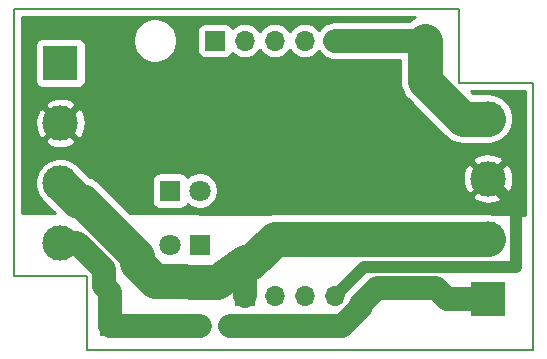
<source format=gbl>
G04 #@! TF.GenerationSoftware,KiCad,Pcbnew,5.1.4+dfsg1-1*
G04 #@! TF.CreationDate,2020-09-13T01:28:56+02:00*
G04 #@! TF.ProjectId,C64Saver2,43363453-6176-4657-9232-2e6b69636164,rev?*
G04 #@! TF.SameCoordinates,Original*
G04 #@! TF.FileFunction,Copper,L2,Bot*
G04 #@! TF.FilePolarity,Positive*
%FSLAX46Y46*%
G04 Gerber Fmt 4.6, Leading zero omitted, Abs format (unit mm)*
G04 Created by KiCad (PCBNEW 5.1.4+dfsg1-1) date 2020-09-13 01:28:56*
%MOMM*%
%LPD*%
G04 APERTURE LIST*
%ADD10C,0.150000*%
%ADD11C,1.800000*%
%ADD12R,1.800000X1.800000*%
%ADD13C,3.000000*%
%ADD14R,3.000000X3.000000*%
%ADD15R,1.700000X1.700000*%
%ADD16O,1.700000X1.700000*%
%ADD17C,1.000000*%
%ADD18C,0.600000*%
%ADD19C,1.000000*%
%ADD20C,2.000000*%
%ADD21C,3.000000*%
%ADD22C,0.254000*%
G04 APERTURE END LIST*
D10*
X140462000Y-106299000D02*
X140462000Y-83693000D01*
X146685000Y-106299000D02*
X140462000Y-106299000D01*
X146685000Y-112522000D02*
X146685000Y-106299000D01*
X184404000Y-112522000D02*
X146685000Y-112522000D01*
X184404000Y-89916000D02*
X184404000Y-112522000D01*
X178181000Y-89916000D02*
X184404000Y-89916000D01*
X178181000Y-83693000D02*
X178181000Y-89916000D01*
X140462000Y-83693000D02*
X178181000Y-83693000D01*
D11*
X153670000Y-103632000D03*
D12*
X156210000Y-103632000D03*
D11*
X156210000Y-99060000D03*
D12*
X153670000Y-99060000D03*
D13*
X144399000Y-93345000D03*
X144399000Y-98425000D03*
D14*
X144399000Y-88265000D03*
D13*
X144399000Y-103505000D03*
X180594000Y-103124000D03*
X180594000Y-98044000D03*
D14*
X180594000Y-108204000D03*
D13*
X180594000Y-92964000D03*
D15*
X157480000Y-86360000D03*
D16*
X160020000Y-86360000D03*
X162560000Y-86360000D03*
X165100000Y-86360000D03*
X167640000Y-86360000D03*
X170180000Y-86360000D03*
X172720000Y-86360000D03*
X175260000Y-86360000D03*
D15*
X148590000Y-110490000D03*
D16*
X151130000Y-110490000D03*
X153670000Y-110490000D03*
X156210000Y-110490000D03*
X158750000Y-110490000D03*
X161290000Y-110490000D03*
X163830000Y-110490000D03*
X166370000Y-110490000D03*
D15*
X160020000Y-107950000D03*
D16*
X162560000Y-107950000D03*
X165100000Y-107950000D03*
X167640000Y-107950000D03*
D17*
X159067500Y-97726500D03*
D18*
X169862500Y-92456000D03*
D17*
X170878500Y-98552000D03*
X167068500Y-99123500D03*
D19*
X170077392Y-105512608D02*
X182967892Y-105512608D01*
X167640000Y-107950000D02*
X170077392Y-105512608D01*
X182967892Y-100417892D02*
X180594000Y-98044000D01*
X182967892Y-105512608D02*
X182967892Y-100417892D01*
D20*
X170180000Y-86360000D02*
X167640000Y-86360000D01*
X172720000Y-86360000D02*
X170180000Y-86360000D01*
X175260000Y-86360000D02*
X172720000Y-86360000D01*
D21*
X175260000Y-87562081D02*
X175260000Y-86360000D01*
X178472680Y-92964000D02*
X175260000Y-89751320D01*
X175260000Y-89751320D02*
X175260000Y-87562081D01*
X180594000Y-92964000D02*
X178472680Y-92964000D01*
D20*
X161290000Y-110490000D02*
X158750000Y-110490000D01*
X163830000Y-110490000D02*
X161290000Y-110490000D01*
X166370000Y-110490000D02*
X163830000Y-110490000D01*
X176202619Y-107312619D02*
X177094000Y-108204000D01*
X177094000Y-108204000D02*
X180594000Y-108204000D01*
X168282002Y-110490000D02*
X169849959Y-108922043D01*
X166370000Y-110490000D02*
X168282002Y-110490000D01*
X171175959Y-107312619D02*
X176202619Y-107312619D01*
X169849959Y-108922043D02*
X169849959Y-108638619D01*
X169849959Y-108638619D02*
X171175959Y-107312619D01*
X160488001Y-105176001D02*
X160404001Y-104676001D01*
X160020000Y-107950000D02*
X160020000Y-105100000D01*
X160020000Y-105100000D02*
X160404001Y-104715999D01*
X160404001Y-104715999D02*
X160404001Y-104676001D01*
D21*
X162540002Y-103124000D02*
X160488001Y-105176001D01*
X180594000Y-103124000D02*
X162540002Y-103124000D01*
X157632400Y-106781600D02*
X152755600Y-106730800D01*
X160020000Y-105100000D02*
X157632400Y-106781600D01*
X145898999Y-99924999D02*
X144399000Y-98425000D01*
X146215369Y-99924999D02*
X145898999Y-99924999D01*
X150860021Y-104569651D02*
X146215369Y-99924999D01*
X150860021Y-105190821D02*
X150860021Y-104569651D01*
X152755600Y-106730800D02*
X152400000Y-106730800D01*
X152400000Y-106730800D02*
X150860021Y-105190821D01*
D20*
X151130000Y-110490000D02*
X148590000Y-110490000D01*
X153670000Y-110490000D02*
X151130000Y-110490000D01*
X156210000Y-110490000D02*
X153670000Y-110490000D01*
X144399000Y-103505000D02*
X145835558Y-103505000D01*
X148060010Y-107110010D02*
X148590000Y-107640000D01*
X148590000Y-107640000D02*
X148590000Y-110490000D01*
X148060010Y-105729452D02*
X148060010Y-107110010D01*
X145835558Y-103505000D02*
X148060010Y-105729452D01*
D22*
G36*
X174068120Y-84576223D02*
G01*
X173886835Y-84725000D01*
X167559678Y-84725000D01*
X167319484Y-84748657D01*
X167011285Y-84842148D01*
X166727248Y-84993969D01*
X166478286Y-85198286D01*
X166273969Y-85447248D01*
X166273186Y-85448713D01*
X166155134Y-85304866D01*
X165929014Y-85119294D01*
X165671034Y-84981401D01*
X165391111Y-84896487D01*
X165172950Y-84875000D01*
X165027050Y-84875000D01*
X164808889Y-84896487D01*
X164528966Y-84981401D01*
X164270986Y-85119294D01*
X164044866Y-85304866D01*
X163859294Y-85530986D01*
X163830000Y-85585791D01*
X163800706Y-85530986D01*
X163615134Y-85304866D01*
X163389014Y-85119294D01*
X163131034Y-84981401D01*
X162851111Y-84896487D01*
X162632950Y-84875000D01*
X162487050Y-84875000D01*
X162268889Y-84896487D01*
X161988966Y-84981401D01*
X161730986Y-85119294D01*
X161504866Y-85304866D01*
X161319294Y-85530986D01*
X161290000Y-85585791D01*
X161260706Y-85530986D01*
X161075134Y-85304866D01*
X160849014Y-85119294D01*
X160591034Y-84981401D01*
X160311111Y-84896487D01*
X160092950Y-84875000D01*
X159947050Y-84875000D01*
X159728889Y-84896487D01*
X159448966Y-84981401D01*
X159190986Y-85119294D01*
X158964866Y-85304866D01*
X158940393Y-85334687D01*
X158919502Y-85265820D01*
X158860537Y-85155506D01*
X158781185Y-85058815D01*
X158684494Y-84979463D01*
X158574180Y-84920498D01*
X158454482Y-84884188D01*
X158330000Y-84871928D01*
X156630000Y-84871928D01*
X156505518Y-84884188D01*
X156385820Y-84920498D01*
X156275506Y-84979463D01*
X156178815Y-85058815D01*
X156099463Y-85155506D01*
X156040498Y-85265820D01*
X156004188Y-85385518D01*
X155991928Y-85510000D01*
X155991928Y-87210000D01*
X156004188Y-87334482D01*
X156040498Y-87454180D01*
X156099463Y-87564494D01*
X156178815Y-87661185D01*
X156275506Y-87740537D01*
X156385820Y-87799502D01*
X156505518Y-87835812D01*
X156630000Y-87848072D01*
X158330000Y-87848072D01*
X158454482Y-87835812D01*
X158574180Y-87799502D01*
X158684494Y-87740537D01*
X158781185Y-87661185D01*
X158860537Y-87564494D01*
X158919502Y-87454180D01*
X158940393Y-87385313D01*
X158964866Y-87415134D01*
X159190986Y-87600706D01*
X159448966Y-87738599D01*
X159728889Y-87823513D01*
X159947050Y-87845000D01*
X160092950Y-87845000D01*
X160311111Y-87823513D01*
X160591034Y-87738599D01*
X160849014Y-87600706D01*
X161075134Y-87415134D01*
X161260706Y-87189014D01*
X161290000Y-87134209D01*
X161319294Y-87189014D01*
X161504866Y-87415134D01*
X161730986Y-87600706D01*
X161988966Y-87738599D01*
X162268889Y-87823513D01*
X162487050Y-87845000D01*
X162632950Y-87845000D01*
X162851111Y-87823513D01*
X163131034Y-87738599D01*
X163389014Y-87600706D01*
X163615134Y-87415134D01*
X163800706Y-87189014D01*
X163830000Y-87134209D01*
X163859294Y-87189014D01*
X164044866Y-87415134D01*
X164270986Y-87600706D01*
X164528966Y-87738599D01*
X164808889Y-87823513D01*
X165027050Y-87845000D01*
X165172950Y-87845000D01*
X165391111Y-87823513D01*
X165671034Y-87738599D01*
X165929014Y-87600706D01*
X166155134Y-87415134D01*
X166273186Y-87271287D01*
X166273969Y-87272752D01*
X166478286Y-87521714D01*
X166727248Y-87726031D01*
X167011285Y-87877852D01*
X167319484Y-87971343D01*
X167559678Y-87995000D01*
X173125000Y-87995000D01*
X173125000Y-89646448D01*
X173114671Y-89751320D01*
X173125000Y-89856192D01*
X173125000Y-89856201D01*
X173155892Y-90169852D01*
X173277974Y-90572301D01*
X173476223Y-90943201D01*
X173743023Y-91268297D01*
X173824492Y-91335157D01*
X176888847Y-94399513D01*
X176955703Y-94480977D01*
X177037167Y-94547833D01*
X177037170Y-94547836D01*
X177225354Y-94702274D01*
X177280799Y-94747777D01*
X177447075Y-94836653D01*
X177651698Y-94946026D01*
X178054146Y-95068108D01*
X178091681Y-95071805D01*
X178367798Y-95099000D01*
X178367805Y-95099000D01*
X178472680Y-95109329D01*
X178577554Y-95099000D01*
X180804279Y-95099000D01*
X180907651Y-95078438D01*
X181012533Y-95068108D01*
X181113384Y-95037515D01*
X181216756Y-95016953D01*
X181314131Y-94976619D01*
X181414982Y-94946026D01*
X181507927Y-94896346D01*
X181605302Y-94856012D01*
X181692936Y-94797457D01*
X181785881Y-94747777D01*
X181867347Y-94680919D01*
X181954983Y-94622363D01*
X182029513Y-94547833D01*
X182110977Y-94480977D01*
X182177833Y-94399513D01*
X182252363Y-94324983D01*
X182310919Y-94237347D01*
X182377777Y-94155881D01*
X182427457Y-94062936D01*
X182486012Y-93975302D01*
X182526346Y-93877927D01*
X182576026Y-93784982D01*
X182606619Y-93684131D01*
X182646953Y-93586756D01*
X182667515Y-93483384D01*
X182698108Y-93382533D01*
X182708438Y-93277651D01*
X182729000Y-93174279D01*
X182729000Y-93068882D01*
X182739330Y-92964000D01*
X182729000Y-92859118D01*
X182729000Y-92753721D01*
X182708438Y-92650349D01*
X182698108Y-92545467D01*
X182667515Y-92444616D01*
X182646953Y-92341244D01*
X182606619Y-92243869D01*
X182576026Y-92143018D01*
X182526346Y-92050073D01*
X182486012Y-91952698D01*
X182427457Y-91865064D01*
X182377777Y-91772119D01*
X182310919Y-91690653D01*
X182252363Y-91603017D01*
X182177833Y-91528487D01*
X182110977Y-91447023D01*
X182029513Y-91380167D01*
X181954983Y-91305637D01*
X181867347Y-91247081D01*
X181785881Y-91180223D01*
X181692936Y-91130543D01*
X181605302Y-91071988D01*
X181507927Y-91031654D01*
X181414982Y-90981974D01*
X181314131Y-90951381D01*
X181216756Y-90911047D01*
X181113384Y-90890485D01*
X181012533Y-90859892D01*
X180907651Y-90849562D01*
X180804279Y-90829000D01*
X179357026Y-90829000D01*
X179154026Y-90626000D01*
X183694000Y-90626000D01*
X183694000Y-101088578D01*
X181242456Y-101081692D01*
X181216756Y-101071047D01*
X181113384Y-101050485D01*
X181012533Y-101019892D01*
X180907651Y-101009562D01*
X180804279Y-100989000D01*
X162644876Y-100989000D01*
X162540002Y-100978671D01*
X162435127Y-100989000D01*
X162435120Y-100989000D01*
X162159003Y-101016195D01*
X162121468Y-101019892D01*
X162095045Y-101027907D01*
X150304504Y-100994788D01*
X147799206Y-98489491D01*
X147732346Y-98408022D01*
X147430132Y-98160000D01*
X152131928Y-98160000D01*
X152131928Y-99960000D01*
X152144188Y-100084482D01*
X152180498Y-100204180D01*
X152239463Y-100314494D01*
X152318815Y-100411185D01*
X152415506Y-100490537D01*
X152525820Y-100549502D01*
X152645518Y-100585812D01*
X152770000Y-100598072D01*
X154570000Y-100598072D01*
X154694482Y-100585812D01*
X154814180Y-100549502D01*
X154924494Y-100490537D01*
X155021185Y-100411185D01*
X155100537Y-100314494D01*
X155159502Y-100204180D01*
X155165056Y-100185873D01*
X155231495Y-100252312D01*
X155482905Y-100420299D01*
X155762257Y-100536011D01*
X156058816Y-100595000D01*
X156361184Y-100595000D01*
X156657743Y-100536011D01*
X156937095Y-100420299D01*
X157188505Y-100252312D01*
X157402312Y-100038505D01*
X157570299Y-99787095D01*
X157674450Y-99535653D01*
X179281952Y-99535653D01*
X179437962Y-99851214D01*
X179812745Y-100042020D01*
X180217551Y-100156044D01*
X180636824Y-100188902D01*
X181054451Y-100139334D01*
X181454383Y-100009243D01*
X181750038Y-99851214D01*
X181906048Y-99535653D01*
X180594000Y-98223605D01*
X179281952Y-99535653D01*
X157674450Y-99535653D01*
X157686011Y-99507743D01*
X157745000Y-99211184D01*
X157745000Y-98908816D01*
X157686011Y-98612257D01*
X157570299Y-98332905D01*
X157405873Y-98086824D01*
X178449098Y-98086824D01*
X178498666Y-98504451D01*
X178628757Y-98904383D01*
X178786786Y-99200038D01*
X179102347Y-99356048D01*
X180414395Y-98044000D01*
X180773605Y-98044000D01*
X182085653Y-99356048D01*
X182401214Y-99200038D01*
X182592020Y-98825255D01*
X182706044Y-98420449D01*
X182738902Y-98001176D01*
X182689334Y-97583549D01*
X182559243Y-97183617D01*
X182401214Y-96887962D01*
X182085653Y-96731952D01*
X180773605Y-98044000D01*
X180414395Y-98044000D01*
X179102347Y-96731952D01*
X178786786Y-96887962D01*
X178595980Y-97262745D01*
X178481956Y-97667551D01*
X178449098Y-98086824D01*
X157405873Y-98086824D01*
X157402312Y-98081495D01*
X157188505Y-97867688D01*
X156937095Y-97699701D01*
X156657743Y-97583989D01*
X156361184Y-97525000D01*
X156058816Y-97525000D01*
X155762257Y-97583989D01*
X155482905Y-97699701D01*
X155231495Y-97867688D01*
X155165056Y-97934127D01*
X155159502Y-97915820D01*
X155100537Y-97805506D01*
X155021185Y-97708815D01*
X154924494Y-97629463D01*
X154814180Y-97570498D01*
X154694482Y-97534188D01*
X154570000Y-97521928D01*
X152770000Y-97521928D01*
X152645518Y-97534188D01*
X152525820Y-97570498D01*
X152415506Y-97629463D01*
X152318815Y-97708815D01*
X152239463Y-97805506D01*
X152180498Y-97915820D01*
X152144188Y-98035518D01*
X152131928Y-98160000D01*
X147430132Y-98160000D01*
X147407250Y-98141222D01*
X147036351Y-97942973D01*
X146892761Y-97899415D01*
X146057365Y-97064020D01*
X146057363Y-97064017D01*
X145759983Y-96766637D01*
X145672342Y-96708077D01*
X145590881Y-96641224D01*
X145497943Y-96591548D01*
X145439275Y-96552347D01*
X179281952Y-96552347D01*
X180594000Y-97864395D01*
X181906048Y-96552347D01*
X181750038Y-96236786D01*
X181375255Y-96045980D01*
X180970449Y-95931956D01*
X180551176Y-95899098D01*
X180133549Y-95948666D01*
X179733617Y-96078757D01*
X179437962Y-96236786D01*
X179281952Y-96552347D01*
X145439275Y-96552347D01*
X145410302Y-96532988D01*
X145312919Y-96492650D01*
X145219982Y-96442975D01*
X145119140Y-96412385D01*
X145021756Y-96372047D01*
X144918375Y-96351483D01*
X144817533Y-96320893D01*
X144712661Y-96310564D01*
X144609279Y-96290000D01*
X144503872Y-96290000D01*
X144399000Y-96279671D01*
X144294128Y-96290000D01*
X144188721Y-96290000D01*
X144085339Y-96310564D01*
X143980467Y-96320893D01*
X143879625Y-96351483D01*
X143776244Y-96372047D01*
X143678860Y-96412385D01*
X143578018Y-96442975D01*
X143485081Y-96492650D01*
X143387698Y-96532988D01*
X143300057Y-96591548D01*
X143207119Y-96641224D01*
X143125658Y-96708077D01*
X143038017Y-96766637D01*
X142963485Y-96841169D01*
X142882023Y-96908023D01*
X142815169Y-96989485D01*
X142740637Y-97064017D01*
X142682077Y-97151658D01*
X142615224Y-97233119D01*
X142565548Y-97326057D01*
X142506988Y-97413698D01*
X142466650Y-97511081D01*
X142416975Y-97604018D01*
X142386385Y-97704860D01*
X142346047Y-97802244D01*
X142325483Y-97905625D01*
X142294893Y-98006467D01*
X142284564Y-98111339D01*
X142264000Y-98214721D01*
X142264000Y-98320128D01*
X142253671Y-98425000D01*
X142264000Y-98529872D01*
X142264000Y-98635279D01*
X142284564Y-98738661D01*
X142294893Y-98843533D01*
X142325483Y-98944375D01*
X142346047Y-99047756D01*
X142386385Y-99145140D01*
X142416975Y-99245982D01*
X142466650Y-99338919D01*
X142506988Y-99436302D01*
X142565548Y-99523943D01*
X142615224Y-99616881D01*
X142682077Y-99698342D01*
X142740637Y-99785983D01*
X143038017Y-100083363D01*
X143038020Y-100083365D01*
X143931541Y-100976887D01*
X141172000Y-100969135D01*
X141172000Y-94836653D01*
X143086952Y-94836653D01*
X143242962Y-95152214D01*
X143617745Y-95343020D01*
X144022551Y-95457044D01*
X144441824Y-95489902D01*
X144859451Y-95440334D01*
X145259383Y-95310243D01*
X145555038Y-95152214D01*
X145711048Y-94836653D01*
X144399000Y-93524605D01*
X143086952Y-94836653D01*
X141172000Y-94836653D01*
X141172000Y-93387824D01*
X142254098Y-93387824D01*
X142303666Y-93805451D01*
X142433757Y-94205383D01*
X142591786Y-94501038D01*
X142907347Y-94657048D01*
X144219395Y-93345000D01*
X144578605Y-93345000D01*
X145890653Y-94657048D01*
X146206214Y-94501038D01*
X146397020Y-94126255D01*
X146511044Y-93721449D01*
X146543902Y-93302176D01*
X146494334Y-92884549D01*
X146364243Y-92484617D01*
X146206214Y-92188962D01*
X145890653Y-92032952D01*
X144578605Y-93345000D01*
X144219395Y-93345000D01*
X142907347Y-92032952D01*
X142591786Y-92188962D01*
X142400980Y-92563745D01*
X142286956Y-92968551D01*
X142254098Y-93387824D01*
X141172000Y-93387824D01*
X141172000Y-91853347D01*
X143086952Y-91853347D01*
X144399000Y-93165395D01*
X145711048Y-91853347D01*
X145555038Y-91537786D01*
X145180255Y-91346980D01*
X144775449Y-91232956D01*
X144356176Y-91200098D01*
X143938549Y-91249666D01*
X143538617Y-91379757D01*
X143242962Y-91537786D01*
X143086952Y-91853347D01*
X141172000Y-91853347D01*
X141172000Y-86765000D01*
X142260928Y-86765000D01*
X142260928Y-89765000D01*
X142273188Y-89889482D01*
X142309498Y-90009180D01*
X142368463Y-90119494D01*
X142447815Y-90216185D01*
X142544506Y-90295537D01*
X142654820Y-90354502D01*
X142774518Y-90390812D01*
X142899000Y-90403072D01*
X145899000Y-90403072D01*
X146023482Y-90390812D01*
X146143180Y-90354502D01*
X146253494Y-90295537D01*
X146350185Y-90216185D01*
X146429537Y-90119494D01*
X146488502Y-90009180D01*
X146524812Y-89889482D01*
X146537072Y-89765000D01*
X146537072Y-86765000D01*
X146524812Y-86640518D01*
X146488502Y-86520820D01*
X146429537Y-86410506D01*
X146350185Y-86313815D01*
X146253494Y-86234463D01*
X146143180Y-86175498D01*
X146131003Y-86171804D01*
X150520080Y-86171804D01*
X150520080Y-86543116D01*
X150592519Y-86907294D01*
X150734614Y-87250342D01*
X150940905Y-87559078D01*
X151203462Y-87821635D01*
X151512198Y-88027926D01*
X151855246Y-88170021D01*
X152219424Y-88242460D01*
X152590736Y-88242460D01*
X152954914Y-88170021D01*
X153297962Y-88027926D01*
X153606698Y-87821635D01*
X153869255Y-87559078D01*
X154075546Y-87250342D01*
X154217641Y-86907294D01*
X154290080Y-86543116D01*
X154290080Y-86171804D01*
X154217641Y-85807626D01*
X154075546Y-85464578D01*
X153869255Y-85155842D01*
X153606698Y-84893285D01*
X153297962Y-84686994D01*
X152954914Y-84544899D01*
X152590736Y-84472460D01*
X152219424Y-84472460D01*
X151855246Y-84544899D01*
X151512198Y-84686994D01*
X151203462Y-84893285D01*
X150940905Y-85155842D01*
X150734614Y-85464578D01*
X150592519Y-85807626D01*
X150520080Y-86171804D01*
X146131003Y-86171804D01*
X146023482Y-86139188D01*
X145899000Y-86126928D01*
X142899000Y-86126928D01*
X142774518Y-86139188D01*
X142654820Y-86175498D01*
X142544506Y-86234463D01*
X142447815Y-86313815D01*
X142368463Y-86410506D01*
X142309498Y-86520820D01*
X142273188Y-86640518D01*
X142260928Y-86765000D01*
X141172000Y-86765000D01*
X141172000Y-84403000D01*
X174392198Y-84403000D01*
X174068120Y-84576223D01*
X174068120Y-84576223D01*
G37*
X174068120Y-84576223D02*
X173886835Y-84725000D01*
X167559678Y-84725000D01*
X167319484Y-84748657D01*
X167011285Y-84842148D01*
X166727248Y-84993969D01*
X166478286Y-85198286D01*
X166273969Y-85447248D01*
X166273186Y-85448713D01*
X166155134Y-85304866D01*
X165929014Y-85119294D01*
X165671034Y-84981401D01*
X165391111Y-84896487D01*
X165172950Y-84875000D01*
X165027050Y-84875000D01*
X164808889Y-84896487D01*
X164528966Y-84981401D01*
X164270986Y-85119294D01*
X164044866Y-85304866D01*
X163859294Y-85530986D01*
X163830000Y-85585791D01*
X163800706Y-85530986D01*
X163615134Y-85304866D01*
X163389014Y-85119294D01*
X163131034Y-84981401D01*
X162851111Y-84896487D01*
X162632950Y-84875000D01*
X162487050Y-84875000D01*
X162268889Y-84896487D01*
X161988966Y-84981401D01*
X161730986Y-85119294D01*
X161504866Y-85304866D01*
X161319294Y-85530986D01*
X161290000Y-85585791D01*
X161260706Y-85530986D01*
X161075134Y-85304866D01*
X160849014Y-85119294D01*
X160591034Y-84981401D01*
X160311111Y-84896487D01*
X160092950Y-84875000D01*
X159947050Y-84875000D01*
X159728889Y-84896487D01*
X159448966Y-84981401D01*
X159190986Y-85119294D01*
X158964866Y-85304866D01*
X158940393Y-85334687D01*
X158919502Y-85265820D01*
X158860537Y-85155506D01*
X158781185Y-85058815D01*
X158684494Y-84979463D01*
X158574180Y-84920498D01*
X158454482Y-84884188D01*
X158330000Y-84871928D01*
X156630000Y-84871928D01*
X156505518Y-84884188D01*
X156385820Y-84920498D01*
X156275506Y-84979463D01*
X156178815Y-85058815D01*
X156099463Y-85155506D01*
X156040498Y-85265820D01*
X156004188Y-85385518D01*
X155991928Y-85510000D01*
X155991928Y-87210000D01*
X156004188Y-87334482D01*
X156040498Y-87454180D01*
X156099463Y-87564494D01*
X156178815Y-87661185D01*
X156275506Y-87740537D01*
X156385820Y-87799502D01*
X156505518Y-87835812D01*
X156630000Y-87848072D01*
X158330000Y-87848072D01*
X158454482Y-87835812D01*
X158574180Y-87799502D01*
X158684494Y-87740537D01*
X158781185Y-87661185D01*
X158860537Y-87564494D01*
X158919502Y-87454180D01*
X158940393Y-87385313D01*
X158964866Y-87415134D01*
X159190986Y-87600706D01*
X159448966Y-87738599D01*
X159728889Y-87823513D01*
X159947050Y-87845000D01*
X160092950Y-87845000D01*
X160311111Y-87823513D01*
X160591034Y-87738599D01*
X160849014Y-87600706D01*
X161075134Y-87415134D01*
X161260706Y-87189014D01*
X161290000Y-87134209D01*
X161319294Y-87189014D01*
X161504866Y-87415134D01*
X161730986Y-87600706D01*
X161988966Y-87738599D01*
X162268889Y-87823513D01*
X162487050Y-87845000D01*
X162632950Y-87845000D01*
X162851111Y-87823513D01*
X163131034Y-87738599D01*
X163389014Y-87600706D01*
X163615134Y-87415134D01*
X163800706Y-87189014D01*
X163830000Y-87134209D01*
X163859294Y-87189014D01*
X164044866Y-87415134D01*
X164270986Y-87600706D01*
X164528966Y-87738599D01*
X164808889Y-87823513D01*
X165027050Y-87845000D01*
X165172950Y-87845000D01*
X165391111Y-87823513D01*
X165671034Y-87738599D01*
X165929014Y-87600706D01*
X166155134Y-87415134D01*
X166273186Y-87271287D01*
X166273969Y-87272752D01*
X166478286Y-87521714D01*
X166727248Y-87726031D01*
X167011285Y-87877852D01*
X167319484Y-87971343D01*
X167559678Y-87995000D01*
X173125000Y-87995000D01*
X173125000Y-89646448D01*
X173114671Y-89751320D01*
X173125000Y-89856192D01*
X173125000Y-89856201D01*
X173155892Y-90169852D01*
X173277974Y-90572301D01*
X173476223Y-90943201D01*
X173743023Y-91268297D01*
X173824492Y-91335157D01*
X176888847Y-94399513D01*
X176955703Y-94480977D01*
X177037167Y-94547833D01*
X177037170Y-94547836D01*
X177225354Y-94702274D01*
X177280799Y-94747777D01*
X177447075Y-94836653D01*
X177651698Y-94946026D01*
X178054146Y-95068108D01*
X178091681Y-95071805D01*
X178367798Y-95099000D01*
X178367805Y-95099000D01*
X178472680Y-95109329D01*
X178577554Y-95099000D01*
X180804279Y-95099000D01*
X180907651Y-95078438D01*
X181012533Y-95068108D01*
X181113384Y-95037515D01*
X181216756Y-95016953D01*
X181314131Y-94976619D01*
X181414982Y-94946026D01*
X181507927Y-94896346D01*
X181605302Y-94856012D01*
X181692936Y-94797457D01*
X181785881Y-94747777D01*
X181867347Y-94680919D01*
X181954983Y-94622363D01*
X182029513Y-94547833D01*
X182110977Y-94480977D01*
X182177833Y-94399513D01*
X182252363Y-94324983D01*
X182310919Y-94237347D01*
X182377777Y-94155881D01*
X182427457Y-94062936D01*
X182486012Y-93975302D01*
X182526346Y-93877927D01*
X182576026Y-93784982D01*
X182606619Y-93684131D01*
X182646953Y-93586756D01*
X182667515Y-93483384D01*
X182698108Y-93382533D01*
X182708438Y-93277651D01*
X182729000Y-93174279D01*
X182729000Y-93068882D01*
X182739330Y-92964000D01*
X182729000Y-92859118D01*
X182729000Y-92753721D01*
X182708438Y-92650349D01*
X182698108Y-92545467D01*
X182667515Y-92444616D01*
X182646953Y-92341244D01*
X182606619Y-92243869D01*
X182576026Y-92143018D01*
X182526346Y-92050073D01*
X182486012Y-91952698D01*
X182427457Y-91865064D01*
X182377777Y-91772119D01*
X182310919Y-91690653D01*
X182252363Y-91603017D01*
X182177833Y-91528487D01*
X182110977Y-91447023D01*
X182029513Y-91380167D01*
X181954983Y-91305637D01*
X181867347Y-91247081D01*
X181785881Y-91180223D01*
X181692936Y-91130543D01*
X181605302Y-91071988D01*
X181507927Y-91031654D01*
X181414982Y-90981974D01*
X181314131Y-90951381D01*
X181216756Y-90911047D01*
X181113384Y-90890485D01*
X181012533Y-90859892D01*
X180907651Y-90849562D01*
X180804279Y-90829000D01*
X179357026Y-90829000D01*
X179154026Y-90626000D01*
X183694000Y-90626000D01*
X183694000Y-101088578D01*
X181242456Y-101081692D01*
X181216756Y-101071047D01*
X181113384Y-101050485D01*
X181012533Y-101019892D01*
X180907651Y-101009562D01*
X180804279Y-100989000D01*
X162644876Y-100989000D01*
X162540002Y-100978671D01*
X162435127Y-100989000D01*
X162435120Y-100989000D01*
X162159003Y-101016195D01*
X162121468Y-101019892D01*
X162095045Y-101027907D01*
X150304504Y-100994788D01*
X147799206Y-98489491D01*
X147732346Y-98408022D01*
X147430132Y-98160000D01*
X152131928Y-98160000D01*
X152131928Y-99960000D01*
X152144188Y-100084482D01*
X152180498Y-100204180D01*
X152239463Y-100314494D01*
X152318815Y-100411185D01*
X152415506Y-100490537D01*
X152525820Y-100549502D01*
X152645518Y-100585812D01*
X152770000Y-100598072D01*
X154570000Y-100598072D01*
X154694482Y-100585812D01*
X154814180Y-100549502D01*
X154924494Y-100490537D01*
X155021185Y-100411185D01*
X155100537Y-100314494D01*
X155159502Y-100204180D01*
X155165056Y-100185873D01*
X155231495Y-100252312D01*
X155482905Y-100420299D01*
X155762257Y-100536011D01*
X156058816Y-100595000D01*
X156361184Y-100595000D01*
X156657743Y-100536011D01*
X156937095Y-100420299D01*
X157188505Y-100252312D01*
X157402312Y-100038505D01*
X157570299Y-99787095D01*
X157674450Y-99535653D01*
X179281952Y-99535653D01*
X179437962Y-99851214D01*
X179812745Y-100042020D01*
X180217551Y-100156044D01*
X180636824Y-100188902D01*
X181054451Y-100139334D01*
X181454383Y-100009243D01*
X181750038Y-99851214D01*
X181906048Y-99535653D01*
X180594000Y-98223605D01*
X179281952Y-99535653D01*
X157674450Y-99535653D01*
X157686011Y-99507743D01*
X157745000Y-99211184D01*
X157745000Y-98908816D01*
X157686011Y-98612257D01*
X157570299Y-98332905D01*
X157405873Y-98086824D01*
X178449098Y-98086824D01*
X178498666Y-98504451D01*
X178628757Y-98904383D01*
X178786786Y-99200038D01*
X179102347Y-99356048D01*
X180414395Y-98044000D01*
X180773605Y-98044000D01*
X182085653Y-99356048D01*
X182401214Y-99200038D01*
X182592020Y-98825255D01*
X182706044Y-98420449D01*
X182738902Y-98001176D01*
X182689334Y-97583549D01*
X182559243Y-97183617D01*
X182401214Y-96887962D01*
X182085653Y-96731952D01*
X180773605Y-98044000D01*
X180414395Y-98044000D01*
X179102347Y-96731952D01*
X178786786Y-96887962D01*
X178595980Y-97262745D01*
X178481956Y-97667551D01*
X178449098Y-98086824D01*
X157405873Y-98086824D01*
X157402312Y-98081495D01*
X157188505Y-97867688D01*
X156937095Y-97699701D01*
X156657743Y-97583989D01*
X156361184Y-97525000D01*
X156058816Y-97525000D01*
X155762257Y-97583989D01*
X155482905Y-97699701D01*
X155231495Y-97867688D01*
X155165056Y-97934127D01*
X155159502Y-97915820D01*
X155100537Y-97805506D01*
X155021185Y-97708815D01*
X154924494Y-97629463D01*
X154814180Y-97570498D01*
X154694482Y-97534188D01*
X154570000Y-97521928D01*
X152770000Y-97521928D01*
X152645518Y-97534188D01*
X152525820Y-97570498D01*
X152415506Y-97629463D01*
X152318815Y-97708815D01*
X152239463Y-97805506D01*
X152180498Y-97915820D01*
X152144188Y-98035518D01*
X152131928Y-98160000D01*
X147430132Y-98160000D01*
X147407250Y-98141222D01*
X147036351Y-97942973D01*
X146892761Y-97899415D01*
X146057365Y-97064020D01*
X146057363Y-97064017D01*
X145759983Y-96766637D01*
X145672342Y-96708077D01*
X145590881Y-96641224D01*
X145497943Y-96591548D01*
X145439275Y-96552347D01*
X179281952Y-96552347D01*
X180594000Y-97864395D01*
X181906048Y-96552347D01*
X181750038Y-96236786D01*
X181375255Y-96045980D01*
X180970449Y-95931956D01*
X180551176Y-95899098D01*
X180133549Y-95948666D01*
X179733617Y-96078757D01*
X179437962Y-96236786D01*
X179281952Y-96552347D01*
X145439275Y-96552347D01*
X145410302Y-96532988D01*
X145312919Y-96492650D01*
X145219982Y-96442975D01*
X145119140Y-96412385D01*
X145021756Y-96372047D01*
X144918375Y-96351483D01*
X144817533Y-96320893D01*
X144712661Y-96310564D01*
X144609279Y-96290000D01*
X144503872Y-96290000D01*
X144399000Y-96279671D01*
X144294128Y-96290000D01*
X144188721Y-96290000D01*
X144085339Y-96310564D01*
X143980467Y-96320893D01*
X143879625Y-96351483D01*
X143776244Y-96372047D01*
X143678860Y-96412385D01*
X143578018Y-96442975D01*
X143485081Y-96492650D01*
X143387698Y-96532988D01*
X143300057Y-96591548D01*
X143207119Y-96641224D01*
X143125658Y-96708077D01*
X143038017Y-96766637D01*
X142963485Y-96841169D01*
X142882023Y-96908023D01*
X142815169Y-96989485D01*
X142740637Y-97064017D01*
X142682077Y-97151658D01*
X142615224Y-97233119D01*
X142565548Y-97326057D01*
X142506988Y-97413698D01*
X142466650Y-97511081D01*
X142416975Y-97604018D01*
X142386385Y-97704860D01*
X142346047Y-97802244D01*
X142325483Y-97905625D01*
X142294893Y-98006467D01*
X142284564Y-98111339D01*
X142264000Y-98214721D01*
X142264000Y-98320128D01*
X142253671Y-98425000D01*
X142264000Y-98529872D01*
X142264000Y-98635279D01*
X142284564Y-98738661D01*
X142294893Y-98843533D01*
X142325483Y-98944375D01*
X142346047Y-99047756D01*
X142386385Y-99145140D01*
X142416975Y-99245982D01*
X142466650Y-99338919D01*
X142506988Y-99436302D01*
X142565548Y-99523943D01*
X142615224Y-99616881D01*
X142682077Y-99698342D01*
X142740637Y-99785983D01*
X143038017Y-100083363D01*
X143038020Y-100083365D01*
X143931541Y-100976887D01*
X141172000Y-100969135D01*
X141172000Y-94836653D01*
X143086952Y-94836653D01*
X143242962Y-95152214D01*
X143617745Y-95343020D01*
X144022551Y-95457044D01*
X144441824Y-95489902D01*
X144859451Y-95440334D01*
X145259383Y-95310243D01*
X145555038Y-95152214D01*
X145711048Y-94836653D01*
X144399000Y-93524605D01*
X143086952Y-94836653D01*
X141172000Y-94836653D01*
X141172000Y-93387824D01*
X142254098Y-93387824D01*
X142303666Y-93805451D01*
X142433757Y-94205383D01*
X142591786Y-94501038D01*
X142907347Y-94657048D01*
X144219395Y-93345000D01*
X144578605Y-93345000D01*
X145890653Y-94657048D01*
X146206214Y-94501038D01*
X146397020Y-94126255D01*
X146511044Y-93721449D01*
X146543902Y-93302176D01*
X146494334Y-92884549D01*
X146364243Y-92484617D01*
X146206214Y-92188962D01*
X145890653Y-92032952D01*
X144578605Y-93345000D01*
X144219395Y-93345000D01*
X142907347Y-92032952D01*
X142591786Y-92188962D01*
X142400980Y-92563745D01*
X142286956Y-92968551D01*
X142254098Y-93387824D01*
X141172000Y-93387824D01*
X141172000Y-91853347D01*
X143086952Y-91853347D01*
X144399000Y-93165395D01*
X145711048Y-91853347D01*
X145555038Y-91537786D01*
X145180255Y-91346980D01*
X144775449Y-91232956D01*
X144356176Y-91200098D01*
X143938549Y-91249666D01*
X143538617Y-91379757D01*
X143242962Y-91537786D01*
X143086952Y-91853347D01*
X141172000Y-91853347D01*
X141172000Y-86765000D01*
X142260928Y-86765000D01*
X142260928Y-89765000D01*
X142273188Y-89889482D01*
X142309498Y-90009180D01*
X142368463Y-90119494D01*
X142447815Y-90216185D01*
X142544506Y-90295537D01*
X142654820Y-90354502D01*
X142774518Y-90390812D01*
X142899000Y-90403072D01*
X145899000Y-90403072D01*
X146023482Y-90390812D01*
X146143180Y-90354502D01*
X146253494Y-90295537D01*
X146350185Y-90216185D01*
X146429537Y-90119494D01*
X146488502Y-90009180D01*
X146524812Y-89889482D01*
X146537072Y-89765000D01*
X146537072Y-86765000D01*
X146524812Y-86640518D01*
X146488502Y-86520820D01*
X146429537Y-86410506D01*
X146350185Y-86313815D01*
X146253494Y-86234463D01*
X146143180Y-86175498D01*
X146131003Y-86171804D01*
X150520080Y-86171804D01*
X150520080Y-86543116D01*
X150592519Y-86907294D01*
X150734614Y-87250342D01*
X150940905Y-87559078D01*
X151203462Y-87821635D01*
X151512198Y-88027926D01*
X151855246Y-88170021D01*
X152219424Y-88242460D01*
X152590736Y-88242460D01*
X152954914Y-88170021D01*
X153297962Y-88027926D01*
X153606698Y-87821635D01*
X153869255Y-87559078D01*
X154075546Y-87250342D01*
X154217641Y-86907294D01*
X154290080Y-86543116D01*
X154290080Y-86171804D01*
X154217641Y-85807626D01*
X154075546Y-85464578D01*
X153869255Y-85155842D01*
X153606698Y-84893285D01*
X153297962Y-84686994D01*
X152954914Y-84544899D01*
X152590736Y-84472460D01*
X152219424Y-84472460D01*
X151855246Y-84544899D01*
X151512198Y-84686994D01*
X151203462Y-84893285D01*
X150940905Y-85155842D01*
X150734614Y-85464578D01*
X150592519Y-85807626D01*
X150520080Y-86171804D01*
X146131003Y-86171804D01*
X146023482Y-86139188D01*
X145899000Y-86126928D01*
X142899000Y-86126928D01*
X142774518Y-86139188D01*
X142654820Y-86175498D01*
X142544506Y-86234463D01*
X142447815Y-86313815D01*
X142368463Y-86410506D01*
X142309498Y-86520820D01*
X142273188Y-86640518D01*
X142260928Y-86765000D01*
X141172000Y-86765000D01*
X141172000Y-84403000D01*
X174392198Y-84403000D01*
X174068120Y-84576223D01*
M02*

</source>
